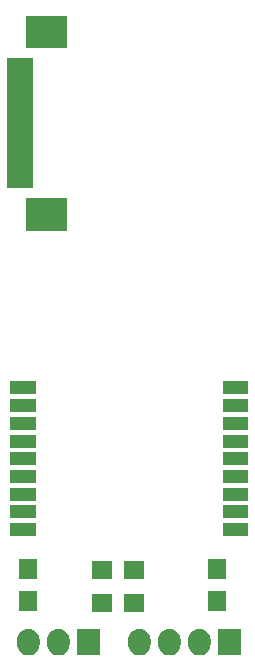
<source format=gts>
G04 #@! TF.FileFunction,Soldermask,Top*
%FSLAX46Y46*%
G04 Gerber Fmt 4.6, Leading zero omitted, Abs format (unit mm)*
G04 Created by KiCad (PCBNEW 4.0.2-stable) date 2016/07/18 1:21:03*
%MOMM*%
G01*
G04 APERTURE LIST*
%ADD10C,0.100000*%
G04 APERTURE END LIST*
D10*
G36*
X149545710Y-111928274D02*
X149545719Y-111928277D01*
X149545759Y-111928281D01*
X149725410Y-111983893D01*
X149890838Y-112073339D01*
X150035742Y-112193214D01*
X150154603Y-112338952D01*
X150242893Y-112505001D01*
X150297248Y-112685036D01*
X150315600Y-112872200D01*
X150315600Y-113187800D01*
X150315506Y-113201254D01*
X150294543Y-113388144D01*
X150237679Y-113567402D01*
X150147079Y-113732202D01*
X150026196Y-113876266D01*
X149879632Y-113994106D01*
X149712971Y-114081234D01*
X149532561Y-114134332D01*
X149532522Y-114134336D01*
X149532514Y-114134338D01*
X149345275Y-114151379D01*
X149158290Y-114131726D01*
X149158281Y-114131723D01*
X149158241Y-114131719D01*
X148978590Y-114076107D01*
X148813162Y-113986661D01*
X148668258Y-113866786D01*
X148549397Y-113721048D01*
X148461107Y-113554999D01*
X148406752Y-113374964D01*
X148388400Y-113187800D01*
X148388400Y-112872200D01*
X148388494Y-112858746D01*
X148409457Y-112671856D01*
X148466321Y-112492598D01*
X148556921Y-112327798D01*
X148677804Y-112183734D01*
X148824368Y-112065894D01*
X148991029Y-111978766D01*
X149171439Y-111925668D01*
X149171478Y-111925664D01*
X149171486Y-111925662D01*
X149358725Y-111908621D01*
X149545710Y-111928274D01*
X149545710Y-111928274D01*
G37*
G36*
X142687710Y-111928274D02*
X142687719Y-111928277D01*
X142687759Y-111928281D01*
X142867410Y-111983893D01*
X143032838Y-112073339D01*
X143177742Y-112193214D01*
X143296603Y-112338952D01*
X143384893Y-112505001D01*
X143439248Y-112685036D01*
X143457600Y-112872200D01*
X143457600Y-113187800D01*
X143457506Y-113201254D01*
X143436543Y-113388144D01*
X143379679Y-113567402D01*
X143289079Y-113732202D01*
X143168196Y-113876266D01*
X143021632Y-113994106D01*
X142854971Y-114081234D01*
X142674561Y-114134332D01*
X142674522Y-114134336D01*
X142674514Y-114134338D01*
X142487275Y-114151379D01*
X142300290Y-114131726D01*
X142300281Y-114131723D01*
X142300241Y-114131719D01*
X142120590Y-114076107D01*
X141955162Y-113986661D01*
X141810258Y-113866786D01*
X141691397Y-113721048D01*
X141603107Y-113554999D01*
X141548752Y-113374964D01*
X141530400Y-113187800D01*
X141530400Y-112872200D01*
X141530494Y-112858746D01*
X141551457Y-112671856D01*
X141608321Y-112492598D01*
X141698921Y-112327798D01*
X141819804Y-112183734D01*
X141966368Y-112065894D01*
X142133029Y-111978766D01*
X142313439Y-111925668D01*
X142313478Y-111925664D01*
X142313486Y-111925662D01*
X142500725Y-111908621D01*
X142687710Y-111928274D01*
X142687710Y-111928274D01*
G37*
G36*
X140147710Y-111928274D02*
X140147719Y-111928277D01*
X140147759Y-111928281D01*
X140327410Y-111983893D01*
X140492838Y-112073339D01*
X140637742Y-112193214D01*
X140756603Y-112338952D01*
X140844893Y-112505001D01*
X140899248Y-112685036D01*
X140917600Y-112872200D01*
X140917600Y-113187800D01*
X140917506Y-113201254D01*
X140896543Y-113388144D01*
X140839679Y-113567402D01*
X140749079Y-113732202D01*
X140628196Y-113876266D01*
X140481632Y-113994106D01*
X140314971Y-114081234D01*
X140134561Y-114134332D01*
X140134522Y-114134336D01*
X140134514Y-114134338D01*
X139947275Y-114151379D01*
X139760290Y-114131726D01*
X139760281Y-114131723D01*
X139760241Y-114131719D01*
X139580590Y-114076107D01*
X139415162Y-113986661D01*
X139270258Y-113866786D01*
X139151397Y-113721048D01*
X139063107Y-113554999D01*
X139008752Y-113374964D01*
X138990400Y-113187800D01*
X138990400Y-112872200D01*
X138990494Y-112858746D01*
X139011457Y-112671856D01*
X139068321Y-112492598D01*
X139158921Y-112327798D01*
X139279804Y-112183734D01*
X139426368Y-112065894D01*
X139593029Y-111978766D01*
X139773439Y-111925668D01*
X139773478Y-111925664D01*
X139773486Y-111925662D01*
X139960725Y-111908621D01*
X140147710Y-111928274D01*
X140147710Y-111928274D01*
G37*
G36*
X154625710Y-111928274D02*
X154625719Y-111928277D01*
X154625759Y-111928281D01*
X154805410Y-111983893D01*
X154970838Y-112073339D01*
X155115742Y-112193214D01*
X155234603Y-112338952D01*
X155322893Y-112505001D01*
X155377248Y-112685036D01*
X155395600Y-112872200D01*
X155395600Y-113187800D01*
X155395506Y-113201254D01*
X155374543Y-113388144D01*
X155317679Y-113567402D01*
X155227079Y-113732202D01*
X155106196Y-113876266D01*
X154959632Y-113994106D01*
X154792971Y-114081234D01*
X154612561Y-114134332D01*
X154612522Y-114134336D01*
X154612514Y-114134338D01*
X154425275Y-114151379D01*
X154238290Y-114131726D01*
X154238281Y-114131723D01*
X154238241Y-114131719D01*
X154058590Y-114076107D01*
X153893162Y-113986661D01*
X153748258Y-113866786D01*
X153629397Y-113721048D01*
X153541107Y-113554999D01*
X153486752Y-113374964D01*
X153468400Y-113187800D01*
X153468400Y-112872200D01*
X153468494Y-112858746D01*
X153489457Y-112671856D01*
X153546321Y-112492598D01*
X153636921Y-112327798D01*
X153757804Y-112183734D01*
X153904368Y-112065894D01*
X154071029Y-111978766D01*
X154251439Y-111925668D01*
X154251478Y-111925664D01*
X154251486Y-111925662D01*
X154438725Y-111908621D01*
X154625710Y-111928274D01*
X154625710Y-111928274D01*
G37*
G36*
X152085710Y-111928274D02*
X152085719Y-111928277D01*
X152085759Y-111928281D01*
X152265410Y-111983893D01*
X152430838Y-112073339D01*
X152575742Y-112193214D01*
X152694603Y-112338952D01*
X152782893Y-112505001D01*
X152837248Y-112685036D01*
X152855600Y-112872200D01*
X152855600Y-113187800D01*
X152855506Y-113201254D01*
X152834543Y-113388144D01*
X152777679Y-113567402D01*
X152687079Y-113732202D01*
X152566196Y-113876266D01*
X152419632Y-113994106D01*
X152252971Y-114081234D01*
X152072561Y-114134332D01*
X152072522Y-114134336D01*
X152072514Y-114134338D01*
X151885275Y-114151379D01*
X151698290Y-114131726D01*
X151698281Y-114131723D01*
X151698241Y-114131719D01*
X151518590Y-114076107D01*
X151353162Y-113986661D01*
X151208258Y-113866786D01*
X151089397Y-113721048D01*
X151001107Y-113554999D01*
X150946752Y-113374964D01*
X150928400Y-113187800D01*
X150928400Y-112872200D01*
X150928494Y-112858746D01*
X150949457Y-112671856D01*
X151006321Y-112492598D01*
X151096921Y-112327798D01*
X151217804Y-112183734D01*
X151364368Y-112065894D01*
X151531029Y-111978766D01*
X151711439Y-111925668D01*
X151711478Y-111925664D01*
X151711486Y-111925662D01*
X151898725Y-111908621D01*
X152085710Y-111928274D01*
X152085710Y-111928274D01*
G37*
G36*
X157935600Y-114146000D02*
X156008400Y-114146000D01*
X156008400Y-111914000D01*
X157935600Y-111914000D01*
X157935600Y-114146000D01*
X157935600Y-114146000D01*
G37*
G36*
X145997600Y-114146000D02*
X144070400Y-114146000D01*
X144070400Y-111914000D01*
X145997600Y-111914000D01*
X145997600Y-114146000D01*
X145997600Y-114146000D01*
G37*
G36*
X147074000Y-110478000D02*
X145374000Y-110478000D01*
X145374000Y-108978000D01*
X147074000Y-108978000D01*
X147074000Y-110478000D01*
X147074000Y-110478000D01*
G37*
G36*
X149774000Y-110478000D02*
X148074000Y-110478000D01*
X148074000Y-108978000D01*
X149774000Y-108978000D01*
X149774000Y-110478000D01*
X149774000Y-110478000D01*
G37*
G36*
X140704000Y-110404000D02*
X139204000Y-110404000D01*
X139204000Y-108704000D01*
X140704000Y-108704000D01*
X140704000Y-110404000D01*
X140704000Y-110404000D01*
G37*
G36*
X156706000Y-110404000D02*
X155206000Y-110404000D01*
X155206000Y-108704000D01*
X156706000Y-108704000D01*
X156706000Y-110404000D01*
X156706000Y-110404000D01*
G37*
G36*
X156706000Y-107704000D02*
X155206000Y-107704000D01*
X155206000Y-106004000D01*
X156706000Y-106004000D01*
X156706000Y-107704000D01*
X156706000Y-107704000D01*
G37*
G36*
X140704000Y-107704000D02*
X139204000Y-107704000D01*
X139204000Y-106004000D01*
X140704000Y-106004000D01*
X140704000Y-107704000D01*
X140704000Y-107704000D01*
G37*
G36*
X149774000Y-107684000D02*
X148074000Y-107684000D01*
X148074000Y-106184000D01*
X149774000Y-106184000D01*
X149774000Y-107684000D01*
X149774000Y-107684000D01*
G37*
G36*
X147074000Y-107684000D02*
X145374000Y-107684000D01*
X145374000Y-106184000D01*
X147074000Y-106184000D01*
X147074000Y-107684000D01*
X147074000Y-107684000D01*
G37*
G36*
X140601100Y-104053600D02*
X138401100Y-104053600D01*
X138401100Y-102953600D01*
X140601100Y-102953600D01*
X140601100Y-104053600D01*
X140601100Y-104053600D01*
G37*
G36*
X158601100Y-104053600D02*
X156401100Y-104053600D01*
X156401100Y-102953600D01*
X158601100Y-102953600D01*
X158601100Y-104053600D01*
X158601100Y-104053600D01*
G37*
G36*
X158601100Y-102553600D02*
X156401100Y-102553600D01*
X156401100Y-101453600D01*
X158601100Y-101453600D01*
X158601100Y-102553600D01*
X158601100Y-102553600D01*
G37*
G36*
X140601100Y-102553600D02*
X138401100Y-102553600D01*
X138401100Y-101453600D01*
X140601100Y-101453600D01*
X140601100Y-102553600D01*
X140601100Y-102553600D01*
G37*
G36*
X140601100Y-101053600D02*
X138401100Y-101053600D01*
X138401100Y-99953600D01*
X140601100Y-99953600D01*
X140601100Y-101053600D01*
X140601100Y-101053600D01*
G37*
G36*
X158601100Y-101053600D02*
X156401100Y-101053600D01*
X156401100Y-99953600D01*
X158601100Y-99953600D01*
X158601100Y-101053600D01*
X158601100Y-101053600D01*
G37*
G36*
X140601100Y-99553600D02*
X138401100Y-99553600D01*
X138401100Y-98453600D01*
X140601100Y-98453600D01*
X140601100Y-99553600D01*
X140601100Y-99553600D01*
G37*
G36*
X158601100Y-99553600D02*
X156401100Y-99553600D01*
X156401100Y-98453600D01*
X158601100Y-98453600D01*
X158601100Y-99553600D01*
X158601100Y-99553600D01*
G37*
G36*
X140601100Y-98053600D02*
X138401100Y-98053600D01*
X138401100Y-96953600D01*
X140601100Y-96953600D01*
X140601100Y-98053600D01*
X140601100Y-98053600D01*
G37*
G36*
X158601100Y-98053600D02*
X156401100Y-98053600D01*
X156401100Y-96953600D01*
X158601100Y-96953600D01*
X158601100Y-98053600D01*
X158601100Y-98053600D01*
G37*
G36*
X140601100Y-96553600D02*
X138401100Y-96553600D01*
X138401100Y-95453600D01*
X140601100Y-95453600D01*
X140601100Y-96553600D01*
X140601100Y-96553600D01*
G37*
G36*
X158601100Y-96553600D02*
X156401100Y-96553600D01*
X156401100Y-95453600D01*
X158601100Y-95453600D01*
X158601100Y-96553600D01*
X158601100Y-96553600D01*
G37*
G36*
X158601100Y-95053600D02*
X156401100Y-95053600D01*
X156401100Y-93953600D01*
X158601100Y-93953600D01*
X158601100Y-95053600D01*
X158601100Y-95053600D01*
G37*
G36*
X140601100Y-95053600D02*
X138401100Y-95053600D01*
X138401100Y-93953600D01*
X140601100Y-93953600D01*
X140601100Y-95053600D01*
X140601100Y-95053600D01*
G37*
G36*
X140601100Y-93553600D02*
X138401100Y-93553600D01*
X138401100Y-92453600D01*
X140601100Y-92453600D01*
X140601100Y-93553600D01*
X140601100Y-93553600D01*
G37*
G36*
X158601100Y-93553600D02*
X156401100Y-93553600D01*
X156401100Y-92453600D01*
X158601100Y-92453600D01*
X158601100Y-93553600D01*
X158601100Y-93553600D01*
G37*
G36*
X140601100Y-92053600D02*
X138401100Y-92053600D01*
X138401100Y-90953600D01*
X140601100Y-90953600D01*
X140601100Y-92053600D01*
X140601100Y-92053600D01*
G37*
G36*
X158601100Y-92053600D02*
X156401100Y-92053600D01*
X156401100Y-90953600D01*
X158601100Y-90953600D01*
X158601100Y-92053600D01*
X158601100Y-92053600D01*
G37*
G36*
X143229000Y-78179600D02*
X139727000Y-78179600D01*
X139727000Y-75439600D01*
X143229000Y-75439600D01*
X143229000Y-78179600D01*
X143229000Y-78179600D01*
G37*
G36*
X140358800Y-74572800D02*
X138126800Y-74572800D01*
X138126800Y-63603200D01*
X140358800Y-63603200D01*
X140358800Y-74572800D01*
X140358800Y-74572800D01*
G37*
G36*
X143229000Y-62761800D02*
X139727000Y-62761800D01*
X139727000Y-60021800D01*
X143229000Y-60021800D01*
X143229000Y-62761800D01*
X143229000Y-62761800D01*
G37*
M02*

</source>
